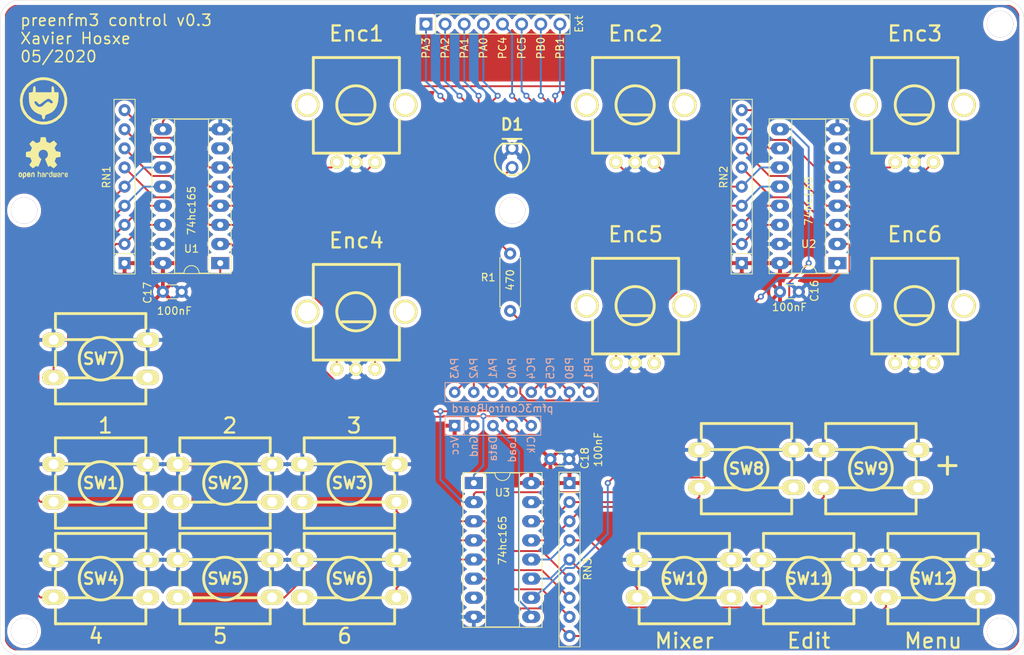
<source format=kicad_pcb>
(kicad_pcb (version 20171130) (host pcbnew 5.1.5-52549c5~84~ubuntu19.04.1)
  (title_block (title "preenfm3 controle board") (date 2019-11-28) (company "Xavier Hosxe"))
  (layers (0 F.Cu signal) (31 B.Cu signal) (34 B.Paste user) (35 F.Paste user) (36 B.SilkS user) (37 F.SilkS user) (38 B.Mask user) (39 F.Mask user) (44 Edge.Cuts user))
  (net 0 "")
  (net 1 GND)
  (net 2 VCC)
  (net 3 /h165_data)
  (net 4 /h165_load)
  (net 5 /h165_clk)
  (net 6 /h165_24)
  (net 7 /h165_23)
  (net 8 /h165_22)
  (net 9 /h165_21)
  (net 10 /h165_20)
  (net 11 /h165_19)
  (net 12 /h165_18)
  (net 13 /h165_17)
  (net 14 /H165_16)
  (net 15 /H165_15)
  (net 16 /H165_14)
  (net 17 /H165_13)
  (net 18 /H165_12)
  (net 19 /H165_11)
  (net 20 /H165_10)
  (net 21 /H165_9)
  (net 22 /H165_8)
  (net 23 /H165_7)
  (net 24 /H165_6)
  (net 25 /H165_5)
  (net 26 /H165_4)
  (net 27 /H165_3)
  (net 28 /H165_2)
  (net 29 /H165_1)
  (net 30 "Net-(U1-Pad7)")
  (net 31 "Net-(U1-Pad10)")
  (net 32 "Net-(U1-Pad9)")
  (net 33 "Net-(U2-Pad7)")
  (net 34 "Net-(U2-Pad9)")
  (net 35 "Net-(U3-Pad7)")
  (net 36 "Net-(CB1-Pad9)")
  (net 37 "Net-(CB1-Pad10)")
  (net 38 "Net-(CB1-Pad13)")
  (net 39 "Net-(CB1-Pad11)")
  (net 40 "Net-(CB1-Pad8)")
  (net 41 "Net-(CB1-Pad7)")
  (net 42 "Net-(CB1-Pad6)")
  (net 43 /PB0)
  (net 44 "Net-(D1-Pad2)")
  (module Symbol:OSHW-Logo2_7.3x6mm_SilkScreen (layer F.Cu) (at 73.025 54.61)
    (fp_text reference REF** hide)
    (fp_text value OSHW-Logo2_7.3x6mm_SilkScreen hide)
  )
  (module A_PFM3:pfm2_logo (layer F.Cu) (at 73.025 46.99)
    (fp_text reference G*** hide)
    (fp_text value LOGO hide)
  )
  (module A_PFM3:ControlBoard (layer F.Cu) (at 135.255 62.23)
    (fp_text reference CB1 hide)
    (fp_text value pfm3ControlBoard (at -1.27 25.654) (layer B.SilkS) (effects (justify mirror)))
    (fp_text user PB1 (at 10.16 20.32 90) (layer B.SilkS) (effects (justify mirror)))
    (fp_text user PB0 (at 7.62 20.32 90) (layer B.SilkS) (effects (justify mirror)))
    (fp_text user PC5 (at 5.08 20.32 90) (layer B.SilkS) (effects (justify mirror)))
    (fp_text user PC4 (at 2.54 20.32 90) (layer B.SilkS) (effects (justify mirror)))
    (fp_text user PA0 (at 0 20.32 90) (layer B.SilkS) (effects (justify mirror)))
    (fp_text user PA1 (at -2.54 20.32 90) (layer B.SilkS) (effects (justify mirror)))
    (fp_text user PA2 (at -5.08 20.32 90) (layer B.SilkS) (effects (justify mirror)))
    (fp_text user PA3 (at -7.62 20.32 90) (layer B.SilkS) (effects (justify mirror)))
    (fp_text user Clk (at 2.54 30.48 90) (layer B.SilkS) (effects (justify mirror)))
    (fp_text user Load (at 0 31.075238 90) (layer B.SilkS) (effects (justify mirror)))
    (fp_text user Data (at -2.54 31.003809 90) (layer B.SilkS) (effects (justify mirror)))
    (fp_text user Gnd (at -5.08 30.718095 90) (layer B.SilkS) (effects (justify mirror)))
    (fp_text user Vcc (at -7.62 30.599048 90) (layer B.SilkS) (effects (justify mirror)))
    (pad 9 thru_hole circle (at 0 23.495) (size 1.524 1.524) (drill 0.762) (layers *.Cu *.Mask) (net 36 "Net-(CB1-Pad9)"))
    (pad 10 thru_hole circle (at 2.54 23.495) (size 1.524 1.524) (drill 0.762) (layers *.Cu *.Mask) (net 37 "Net-(CB1-Pad10)"))
    (pad 13 thru_hole circle (at 10.16 23.495) (size 1.524 1.524) (drill 0.762) (layers *.Cu *.Mask) (net 38 "Net-(CB1-Pad13)"))
    (pad 12 thru_hole circle (at 7.62 23.495) (size 1.524 1.524) (drill 0.762) (layers *.Cu *.Mask) (net 43 /PB0))
    (pad 11 thru_hole circle (at 5.08 23.495) (size 1.524 1.524) (drill 0.762) (layers *.Cu *.Mask) (net 39 "Net-(CB1-Pad11)"))
    (pad 8 thru_hole circle (at -2.54 23.495) (size 1.524 1.524) (drill 0.762) (layers *.Cu *.Mask) (net 40 "Net-(CB1-Pad8)"))
    (pad 7 thru_hole circle (at -5.08 23.495) (size 1.524 1.524) (drill 0.762) (layers *.Cu *.Mask) (net 41 "Net-(CB1-Pad7)"))
    (pad 6 thru_hole circle (at -7.62 23.495) (size 1.524 1.524) (drill 0.762) (layers *.Cu *.Mask) (net 42 "Net-(CB1-Pad6)"))
    (pad "" thru_hole circle (at 0 -0.635) (size 3.5 3.5) (drill 3.5) (layers *.Cu *.Mask))
    (pad "" thru_hole circle (at 64.77 -25.4) (size 3.5 3.5) (drill 3.5) (layers *.Cu *.Mask))
    (pad "" thru_hole circle (at -64.77 -0.635) (size 3.5 3.5) (drill 3.5) (layers *.Cu *.Mask))
    (pad "" thru_hole circle (at 64.77 55.245) (size 3.5 3.5) (drill 3.5) (layers *.Cu *.Mask))
    (pad "" thru_hole circle (at -64.77 55.245) (size 3.5 3.5) (drill 3.5) (layers *.Cu *.Mask))
    (pad 5 thru_hole circle (at 2.54 27.94) (size 1.524 1.524) (drill 0.762) (layers *.Cu *.Mask) (net 5 /h165_clk))
    (pad 4 thru_hole circle (at 0 27.94) (size 1.524 1.524) (drill 0.762) (layers *.Cu *.Mask) (net 4 /h165_load))
    (pad 3 thru_hole circle (at -2.54 27.94) (size 1.524 1.524) (drill 0.762) (layers *.Cu *.Mask) (net 3 /h165_data))
    (pad 2 thru_hole circle (at -5.08 27.94) (size 1.524 1.524) (drill 0.762) (layers *.Cu *.Mask) (net 1 GND))
    (pad 1 thru_hole rect (at -7.62 27.94) (size 1.524 1.524) (drill 0.762) (layers *.Cu *.Mask) (net 2 VCC))
  )
  (module A_PFM3:R_Axial_DIN0207_L6.3mm_D2.5mm_P7.62mm_Horizontal (layer F.Cu) (at 135.001015 74.93 90)
    (fp_text reference R1 (at 4.445 -2.921015 180) (layer F.SilkS))
    (fp_text value 470 (at 4.10446 0 90) (layer F.SilkS))
    (pad 2 thru_hole oval (at 7.62 0 90) (size 1.6 1.6) (drill 0.8) (layers *.Cu *.Mask) (net 44 "Net-(D1-Pad2)"))
    (pad 1 thru_hole circle (at 0 0 90) (size 1.6 1.6) (drill 0.8) (layers *.Cu *.Mask) (net 43 /PB0))
  )
  (module A_PFM3:FMLed_pfm3 (layer F.Cu) (at 135.255 54.61 270)
    (fp_text reference D1 (at -4.445 0 180) (layer F.SilkS) (effects (font (size 1.524 1.524) (thickness 0.3048))))
    (fp_text value LED hide)
    (pad 2 thru_hole circle (at 1.27 0 270) (size 1.69926 1.69926) (drill 1.00076) (layers *.Cu *.Mask) (net 44 "Net-(D1-Pad2)"))
    (pad 1 thru_hole circle (at -1.27 0 270) (size 1.69926 1.69926) (drill 1.00076) (layers *.Cu *.Mask) (net 1 GND))
  )
  (module Connector_PinHeader_2.54mm:PinHeader_1x08_P2.54mm_Vertical (layer F.Cu) (at 123.825 36.83 90)
    (fp_text reference J1 hide)
    (fp_text value Ext (at 0 20.32 270) (layer F.SilkS))
    (pad 8 thru_hole oval (at 0 17.78 90) (size 1.7 1.7) (drill 1) (layers *.Cu *.Mask) (net 38 "Net-(CB1-Pad13)"))
    (pad 7 thru_hole oval (at 0 15.24 90) (size 1.7 1.7) (drill 1) (layers *.Cu *.Mask) (net 43 /PB0))
    (pad 6 thru_hole oval (at 0 12.7 90) (size 1.7 1.7) (drill 1) (layers *.Cu *.Mask) (net 39 "Net-(CB1-Pad11)"))
    (pad 5 thru_hole oval (at 0 10.16 90) (size 1.7 1.7) (drill 1) (layers *.Cu *.Mask) (net 37 "Net-(CB1-Pad10)"))
    (pad 4 thru_hole oval (at 0 7.62 90) (size 1.7 1.7) (drill 1) (layers *.Cu *.Mask) (net 36 "Net-(CB1-Pad9)"))
    (pad 3 thru_hole oval (at 0 5.08 90) (size 1.7 1.7) (drill 1) (layers *.Cu *.Mask) (net 40 "Net-(CB1-Pad8)"))
    (pad 2 thru_hole oval (at 0 2.54 90) (size 1.7 1.7) (drill 1) (layers *.Cu *.Mask) (net 41 "Net-(CB1-Pad7)"))
    (pad 1 thru_hole rect (at 0 0 90) (size 1.7 1.7) (drill 1) (layers *.Cu *.Mask) (net 42 "Net-(CB1-Pad6)"))
  )
  (module A_PFM3:FMButton2 (layer F.Cu) (at 182.88 95.885)
    (fp_text reference SW9 (at 0 0) (layer F.SilkS) (effects (font (size 1.524 1.524) (thickness 0.3048))))
    (fp_text value Push hide)
    (pad 2 thru_hole oval (at -6.25094 2.49936) (size 2.99974 1.99898) (drill 1.30048) (layers *.Cu *.Mask F.SilkS) (net 24 /H165_6))
    (pad 2 thru_hole oval (at 6.25094 2.49936) (size 2.99974 1.99898) (drill 1.30048) (layers *.Cu *.Mask F.SilkS) (net 24 /H165_6))
    (pad 1 thru_hole oval (at 6.25094 -2.49936) (size 2.99974 1.99898) (drill 1.30048) (layers *.Cu *.Mask F.SilkS) (net 1 GND))
    (pad 1 thru_hole oval (at -6.25094 -2.49936) (size 2.99974 1.99898) (drill 1.30048) (layers *.Cu *.Mask F.SilkS) (net 1 GND))
  )
  (module A_PFM3:FMButton2 (layer F.Cu) (at 80.645 81.28)
    (fp_text reference SW7 (at 0 0) (layer F.SilkS) (effects (font (size 1.524 1.524) (thickness 0.3048))))
    (fp_text value Push hide)
    (pad 2 thru_hole oval (at -6.25094 2.49936) (size 2.99974 1.99898) (drill 1.30048) (layers *.Cu *.Mask F.SilkS) (net 8 /h165_22))
    (pad 2 thru_hole oval (at 6.25094 2.49936) (size 2.99974 1.99898) (drill 1.30048) (layers *.Cu *.Mask F.SilkS) (net 8 /h165_22))
    (pad 1 thru_hole oval (at 6.25094 -2.49936) (size 2.99974 1.99898) (drill 1.30048) (layers *.Cu *.Mask F.SilkS) (net 1 GND))
    (pad 1 thru_hole oval (at -6.25094 -2.49936) (size 2.99974 1.99898) (drill 1.30048) (layers *.Cu *.Mask F.SilkS) (net 1 GND))
  )
  (module A_PFM3:FMButton2 (layer F.Cu) (at 191.135 110.49)
    (fp_text reference SW12 (at -0.035388 0) (layer F.SilkS) (effects (font (size 1.524 1.524) (thickness 0.3048))))
    (fp_text value Push hide)
    (pad 2 thru_hole oval (at -6.25094 2.49936) (size 2.99974 1.99898) (drill 1.30048) (layers *.Cu *.Mask F.SilkS) (net 29 /H165_1))
    (pad 2 thru_hole oval (at 6.25094 2.49936) (size 2.99974 1.99898) (drill 1.30048) (layers *.Cu *.Mask F.SilkS) (net 29 /H165_1))
    (pad 1 thru_hole oval (at 6.25094 -2.49936) (size 2.99974 1.99898) (drill 1.30048) (layers *.Cu *.Mask F.SilkS) (net 1 GND))
    (pad 1 thru_hole oval (at -6.25094 -2.49936) (size 2.99974 1.99898) (drill 1.30048) (layers *.Cu *.Mask F.SilkS) (net 1 GND))
  )
  (module A_PFM3:FMButton2 (layer F.Cu) (at 174.625 110.49)
    (fp_text reference SW11 (at 0 0) (layer F.SilkS) (effects (font (size 1.524 1.524) (thickness 0.3048))))
    (fp_text value Push hide)
    (pad 2 thru_hole oval (at -6.25094 2.49936) (size 2.99974 1.99898) (drill 1.30048) (layers *.Cu *.Mask F.SilkS) (net 22 /H165_8))
    (pad 2 thru_hole oval (at 6.25094 2.49936) (size 2.99974 1.99898) (drill 1.30048) (layers *.Cu *.Mask F.SilkS) (net 22 /H165_8))
    (pad 1 thru_hole oval (at 6.25094 -2.49936) (size 2.99974 1.99898) (drill 1.30048) (layers *.Cu *.Mask F.SilkS) (net 1 GND))
    (pad 1 thru_hole oval (at -6.25094 -2.49936) (size 2.99974 1.99898) (drill 1.30048) (layers *.Cu *.Mask F.SilkS) (net 1 GND))
  )
  (module A_PFM3:FMButton2 (layer F.Cu) (at 158.115 110.49)
    (fp_text reference SW10 (at 0 0) (layer F.SilkS) (effects (font (size 1.524 1.524) (thickness 0.3048))))
    (fp_text value Push hide)
    (pad 2 thru_hole oval (at -6.25094 2.49936) (size 2.99974 1.99898) (drill 1.30048) (layers *.Cu *.Mask F.SilkS) (net 23 /H165_7))
    (pad 2 thru_hole oval (at 6.25094 2.49936) (size 2.99974 1.99898) (drill 1.30048) (layers *.Cu *.Mask F.SilkS) (net 23 /H165_7))
    (pad 1 thru_hole oval (at 6.25094 -2.49936) (size 2.99974 1.99898) (drill 1.30048) (layers *.Cu *.Mask F.SilkS) (net 1 GND))
    (pad 1 thru_hole oval (at -6.25094 -2.49936) (size 2.99974 1.99898) (drill 1.30048) (layers *.Cu *.Mask F.SilkS) (net 1 GND))
  )
  (module A_PFM3:FMButton2 (layer F.Cu) (at 166.37 95.885)
    (fp_text reference SW8 (at 0 0) (layer F.SilkS) (effects (font (size 1.524 1.524) (thickness 0.3048))))
    (fp_text value Push hide)
    (pad 2 thru_hole oval (at -6.25094 2.49936) (size 2.99974 1.99898) (drill 1.30048) (layers *.Cu *.Mask F.SilkS) (net 25 /H165_5))
    (pad 2 thru_hole oval (at 6.25094 2.49936) (size 2.99974 1.99898) (drill 1.30048) (layers *.Cu *.Mask F.SilkS) (net 25 /H165_5))
    (pad 1 thru_hole oval (at 6.25094 -2.49936) (size 2.99974 1.99898) (drill 1.30048) (layers *.Cu *.Mask F.SilkS) (net 1 GND))
    (pad 1 thru_hole oval (at -6.25094 -2.49936) (size 2.99974 1.99898) (drill 1.30048) (layers *.Cu *.Mask F.SilkS) (net 1 GND))
  )
  (module A_PFM3:FMButton2 (layer F.Cu) (at 113.665 110.49)
    (fp_text reference SW6 (at 0 0) (layer F.SilkS) (effects (font (size 1.524 1.524) (thickness 0.3048))))
    (fp_text value Push hide)
    (pad 2 thru_hole oval (at -6.25094 2.49936) (size 2.99974 1.99898) (drill 1.30048) (layers *.Cu *.Mask F.SilkS) (net 28 /H165_2))
    (pad 2 thru_hole oval (at 6.25094 2.49936) (size 2.99974 1.99898) (drill 1.30048) (layers *.Cu *.Mask F.SilkS) (net 28 /H165_2))
    (pad 1 thru_hole oval (at 6.25094 -2.49936) (size 2.99974 1.99898) (drill 1.30048) (layers *.Cu *.Mask F.SilkS) (net 1 GND))
    (pad 1 thru_hole oval (at -6.25094 -2.49936) (size 2.99974 1.99898) (drill 1.30048) (layers *.Cu *.Mask F.SilkS) (net 1 GND))
  )
  (module A_PFM3:FMButton2 (layer F.Cu) (at 97.155 110.49)
    (fp_text reference SW5 (at 0 0) (layer F.SilkS) (effects (font (size 1.524 1.524) (thickness 0.3048))))
    (fp_text value Push hide)
    (pad 2 thru_hole oval (at -6.25094 2.49936) (size 2.99974 1.99898) (drill 1.30048) (layers *.Cu *.Mask F.SilkS) (net 27 /H165_3))
    (pad 2 thru_hole oval (at 6.25094 2.49936) (size 2.99974 1.99898) (drill 1.30048) (layers *.Cu *.Mask F.SilkS) (net 27 /H165_3))
    (pad 1 thru_hole oval (at 6.25094 -2.49936) (size 2.99974 1.99898) (drill 1.30048) (layers *.Cu *.Mask F.SilkS) (net 1 GND))
    (pad 1 thru_hole oval (at -6.25094 -2.49936) (size 2.99974 1.99898) (drill 1.30048) (layers *.Cu *.Mask F.SilkS) (net 1 GND))
  )
  (module A_PFM3:FMButton2 (layer F.Cu) (at 80.645 110.49)
    (fp_text reference SW4 (at 0 0) (layer F.SilkS) (effects (font (size 1.524 1.524) (thickness 0.3048))))
    (fp_text value Push hide)
    (pad 2 thru_hole oval (at -6.25094 2.49936) (size 2.99974 1.99898) (drill 1.30048) (layers *.Cu *.Mask F.SilkS) (net 6 /h165_24))
    (pad 2 thru_hole oval (at 6.25094 2.49936) (size 2.99974 1.99898) (drill 1.30048) (layers *.Cu *.Mask F.SilkS) (net 6 /h165_24))
    (pad 1 thru_hole oval (at 6.25094 -2.49936) (size 2.99974 1.99898) (drill 1.30048) (layers *.Cu *.Mask F.SilkS) (net 1 GND))
    (pad 1 thru_hole oval (at -6.25094 -2.49936) (size 2.99974 1.99898) (drill 1.30048) (layers *.Cu *.Mask F.SilkS) (net 1 GND))
  )
  (module A_PFM3:FMButton2 (layer F.Cu) (at 113.665 97.79)
    (fp_text reference SW3 (at 0 0) (layer F.SilkS) (effects (font (size 1.524 1.524) (thickness 0.3048))))
    (fp_text value Push hide)
    (pad 2 thru_hole oval (at -6.25094 2.49936) (size 2.99974 1.99898) (drill 1.30048) (layers *.Cu *.Mask F.SilkS) (net 26 /H165_4))
    (pad 2 thru_hole oval (at 6.25094 2.49936) (size 2.99974 1.99898) (drill 1.30048) (layers *.Cu *.Mask F.SilkS) (net 26 /H165_4))
    (pad 1 thru_hole oval (at 6.25094 -2.49936) (size 2.99974 1.99898) (drill 1.30048) (layers *.Cu *.Mask F.SilkS) (net 1 GND))
    (pad 1 thru_hole oval (at -6.25094 -2.49936) (size 2.99974 1.99898) (drill 1.30048) (layers *.Cu *.Mask F.SilkS) (net 1 GND))
  )
  (module A_PFM3:FMButton2 (layer F.Cu) (at 97.155 97.79)
    (fp_text reference SW2 (at 0 0) (layer F.SilkS) (effects (font (size 1.524 1.524) (thickness 0.3048))))
    (fp_text value Push hide)
    (pad 2 thru_hole oval (at -6.25094 2.49936) (size 2.99974 1.99898) (drill 1.30048) (layers *.Cu *.Mask F.SilkS) (net 9 /h165_21))
    (pad 2 thru_hole oval (at 6.25094 2.49936) (size 2.99974 1.99898) (drill 1.30048) (layers *.Cu *.Mask F.SilkS) (net 9 /h165_21))
    (pad 1 thru_hole oval (at 6.25094 -2.49936) (size 2.99974 1.99898) (drill 1.30048) (layers *.Cu *.Mask F.SilkS) (net 1 GND))
    (pad 1 thru_hole oval (at -6.25094 -2.49936) (size 2.99974 1.99898) (drill 1.30048) (layers *.Cu *.Mask F.SilkS) (net 1 GND))
  )
  (module A_PFM3:FMButton2 (layer F.Cu) (at 80.645 97.79)
    (fp_text reference SW1 (at 0 0) (layer F.SilkS) (effects (font (size 1.524 1.524) (thickness 0.3048))))
    (fp_text value Push hide)
    (pad 2 thru_hole oval (at -6.25094 2.49936) (size 2.99974 1.99898) (drill 1.30048) (layers *.Cu *.Mask F.SilkS) (net 7 /h165_23))
    (pad 2 thru_hole oval (at 6.25094 2.49936) (size 2.99974 1.99898) (drill 1.30048) (layers *.Cu *.Mask F.SilkS) (net 7 /h165_23))
    (pad 1 thru_hole oval (at 6.25094 -2.49936) (size 2.99974 1.99898) (drill 1.30048) (layers *.Cu *.Mask F.SilkS) (net 1 GND))
    (pad 1 thru_hole oval (at -6.25094 -2.49936) (size 2.99974 1.99898) (drill 1.30048) (layers *.Cu *.Mask F.SilkS) (net 1 GND))
  )
  (module A_PFM3:74HC165 (layer F.Cu) (at 96.52 68.58 180)
    (fp_text reference U1 (at 3.81 1.905) (layer F.SilkS))
    (fp_text value 74hc165 (at 3.81 6.985 90) (layer F.SilkS))
    (pad 16 thru_hole oval (at 7.62 0 180) (size 2.4 1.6) (drill 0.8) (layers *.Cu *.Mask) (net 2 VCC))
    (pad 8 thru_hole oval (at 0 17.78 180) (size 2.4 1.6) (drill 0.8) (layers *.Cu *.Mask) (net 1 GND))
    (pad 15 thru_hole oval (at 7.62 2.54 180) (size 2.4 1.6) (drill 0.8) (layers *.Cu *.Mask) (net 1 GND))
    (pad 7 thru_hole oval (at 0 15.24 180) (size 2.4 1.6) (drill 0.8) (layers *.Cu *.Mask) (net 30 "Net-(U1-Pad7)"))
    (pad 14 thru_hole oval (at 7.62 5.08 180) (size 2.4 1.6) (drill 0.8) (layers *.Cu *.Mask) (net 9 /h165_21))
    (pad 6 thru_hole oval (at 0 12.7 180) (size 2.4 1.6) (drill 0.8) (layers *.Cu *.Mask) (net 13 /h165_17))
    (pad 13 thru_hole oval (at 7.62 7.62 180) (size 2.4 1.6) (drill 0.8) (layers *.Cu *.Mask) (net 8 /h165_22))
    (pad 5 thru_hole oval (at 0 10.16 180) (size 2.4 1.6) (drill 0.8) (layers *.Cu *.Mask) (net 12 /h165_18))
    (pad 12 thru_hole oval (at 7.62 10.16 180) (size 2.4 1.6) (drill 0.8) (layers *.Cu *.Mask) (net 7 /h165_23))
    (pad 4 thru_hole oval (at 0 7.62 180) (size 2.4 1.6) (drill 0.8) (layers *.Cu *.Mask) (net 11 /h165_19))
    (pad 11 thru_hole oval (at 7.62 12.7 180) (size 2.4 1.6) (drill 0.8) (layers *.Cu *.Mask) (net 6 /h165_24))
    (pad 3 thru_hole oval (at 0 5.08 180) (size 2.4 1.6) (drill 0.8) (layers *.Cu *.Mask) (net 10 /h165_20))
    (pad 10 thru_hole oval (at 7.62 15.24 180) (size 2.4 1.6) (drill 0.8) (layers *.Cu *.Mask) (net 31 "Net-(U1-Pad10)"))
    (pad 2 thru_hole oval (at 0 2.54 180) (size 2.4 1.6) (drill 0.8) (layers *.Cu *.Mask) (net 5 /h165_clk))
    (pad 9 thru_hole oval (at 7.62 17.78 180) (size 2.4 1.6) (drill 0.8) (layers *.Cu *.Mask) (net 32 "Net-(U1-Pad9)"))
    (pad 1 thru_hole rect (at 0 0 180) (size 2.4 1.6) (drill 0.8) (layers *.Cu *.Mask) (net 4 /h165_load))
  )
  (module A_PFM3:74HC165 (layer F.Cu) (at 130.175 97.79)
    (fp_text reference U3 (at 3.81 1.27) (layer F.SilkS))
    (fp_text value 74hc165 (at 3.81 7.62 90) (layer F.SilkS))
    (pad 16 thru_hole oval (at 7.62 0) (size 2.4 1.6) (drill 0.8) (layers *.Cu *.Mask) (net 2 VCC))
    (pad 8 thru_hole oval (at 0 17.78) (size 2.4 1.6) (drill 0.8) (layers *.Cu *.Mask) (net 1 GND))
    (pad 15 thru_hole oval (at 7.62 2.54) (size 2.4 1.6) (drill 0.8) (layers *.Cu *.Mask) (net 1 GND))
    (pad 7 thru_hole oval (at 0 15.24) (size 2.4 1.6) (drill 0.8) (layers *.Cu *.Mask) (net 35 "Net-(U3-Pad7)"))
    (pad 14 thru_hole oval (at 7.62 5.08) (size 2.4 1.6) (drill 0.8) (layers *.Cu *.Mask) (net 25 /H165_5))
    (pad 6 thru_hole oval (at 0 12.7) (size 2.4 1.6) (drill 0.8) (layers *.Cu *.Mask) (net 29 /H165_1))
    (pad 13 thru_hole oval (at 7.62 7.62) (size 2.4 1.6) (drill 0.8) (layers *.Cu *.Mask) (net 24 /H165_6))
    (pad 5 thru_hole oval (at 0 10.16) (size 2.4 1.6) (drill 0.8) (layers *.Cu *.Mask) (net 28 /H165_2))
    (pad 12 thru_hole oval (at 7.62 10.16) (size 2.4 1.6) (drill 0.8) (layers *.Cu *.Mask) (net 23 /H165_7))
    (pad 4 thru_hole oval (at 0 7.62) (size 2.4 1.6) (drill 0.8) (layers *.Cu *.Mask) (net 27 /H165_3))
    (pad 11 thru_hole oval (at 7.62 12.7) (size 2.4 1.6) (drill 0.8) (layers *.Cu *.Mask) (net 22 /H165_8))
    (pad 3 thru_hole oval (at 0 5.08) (size 2.4 1.6) (drill 0.8) (layers *.Cu *.Mask) (net 26 /H165_4))
    (pad 10 thru_hole oval (at 7.62 15.24) (size 2.4 1.6) (drill 0.8) (layers *.Cu *.Mask) (net 34 "Net-(U2-Pad9)"))
    (pad 2 thru_hole oval (at 0 2.54) (size 2.4 1.6) (drill 0.8) (layers *.Cu *.Mask) (net 5 /h165_clk))
    (pad 9 thru_hole oval (at 7.62 17.78) (size 2.4 1.6) (drill 0.8) (layers *.Cu *.Mask) (net 3 /h165_data))
    (pad 1 thru_hole rect (at 0 0) (size 2.4 1.6) (drill 0.8) (layers *.Cu *.Mask) (net 4 /h165_load))
  )
  (module A_PFM3:74HC165 (layer F.Cu) (at 178.435 68.58 180)
    (fp_text reference U2 (at 3.81 2.54) (layer F.SilkS))
    (fp_text value 74hc165 (at 3.81 8.255 90) (layer F.SilkS))
    (pad 16 thru_hole oval (at 7.62 0 180) (size 2.4 1.6) (drill 0.8) (layers *.Cu *.Mask) (net 2 VCC))
    (pad 8 thru_hole oval (at 0 17.78 180) (size 2.4 1.6) (drill 0.8) (layers *.Cu *.Mask) (net 1 GND))
    (pad 15 thru_hole oval (at 7.62 2.54 180) (size 2.4 1.6) (drill 0.8) (layers *.Cu *.Mask) (net 1 GND))
    (pad 7 thru_hole oval (at 0 15.24 180) (size 2.4 1.6) (drill 0.8) (layers *.Cu *.Mask) (net 33 "Net-(U2-Pad7)"))
    (pad 14 thru_hole oval (at 7.62 5.08 180) (size 2.4 1.6) (drill 0.8) (layers *.Cu *.Mask) (net 17 /H165_13))
    (pad 6 thru_hole oval (at 0 12.7 180) (size 2.4 1.6) (drill 0.8) (layers *.Cu *.Mask) (net 21 /H165_9))
    (pad 13 thru_hole oval (at 7.62 7.62 180) (size 2.4 1.6) (drill 0.8) (layers *.Cu *.Mask) (net 16 /H165_14))
    (pad 5 thru_hole oval (at 0 10.16 180) (size 2.4 1.6) (drill 0.8) (layers *.Cu *.Mask) (net 20 /H165_10))
    (pad 12 thru_hole oval (at 7.62 10.16 180) (size 2.4 1.6) (drill 0.8) (layers *.Cu *.Mask) (net 15 /H165_15))
    (pad 4 thru_hole oval (at 0 7.62 180) (size 2.4 1.6) (drill 0.8) (layers *.Cu *.Mask) (net 19 /H165_11))
    (pad 11 thru_hole oval (at 7.62 12.7 180) (size 2.4 1.6) (drill 0.8) (layers *.Cu *.Mask) (net 14 /H165_16))
    (pad 3 thru_hole oval (at 0 5.08 180) (size 2.4 1.6) (drill 0.8) (layers *.Cu *.Mask) (net 18 /H165_12))
    (pad 10 thru_hole oval (at 7.62 15.24 180) (size 2.4 1.6) (drill 0.8) (layers *.Cu *.Mask) (net 32 "Net-(U1-Pad9)"))
    (pad 2 thru_hole oval (at 0 2.54 180) (size 2.4 1.6) (drill 0.8) (layers *.Cu *.Mask) (net 5 /h165_clk))
    (pad 9 thru_hole oval (at 7.62 17.78 180) (size 2.4 1.6) (drill 0.8) (layers *.Cu *.Mask) (net 34 "Net-(U2-Pad9)"))
    (pad 1 thru_hole rect (at 0 0 180) (size 2.4 1.6) (drill 0.8) (layers *.Cu *.Mask) (net 4 /h165_load))
  )
  (module A_PFM3:FMEncoder2_pfm3 (layer F.Cu) (at 114.586 47.625 180)
    (fp_text reference Enc1 (at 0 9.525) (layer F.SilkS) (effects (font (size 2 2) (thickness 0.3048))))
    (fp_text value Encoder hide)
    (pad "" thru_hole circle (at 6.49986 0.0635 270) (size 3.2004 3.2004) (drill 2.49936) (layers *.Cu *.Mask F.SilkS))
    (pad "" thru_hole circle (at -6.49986 0.0635 270) (size 3.2004 3.2004) (drill 2.49936) (layers *.Cu *.Mask F.SilkS))
    (pad B thru_hole circle (at 2.6035 -7.5565 270) (size 1.75006 1.75006) (drill 1.00076) (layers *.Cu *.Mask F.SilkS) (net 13 /h165_17))
    (pad C thru_hole circle (at 0.0635 -7.5565 270) (size 1.75006 1.75006) (drill 1.00076) (layers *.Cu *.Mask F.SilkS) (net 1 GND))
    (pad A thru_hole circle (at -2.4765 -7.5565 270) (size 1.75006 1.75006) (drill 1.00076) (layers *.Cu *.Mask F.SilkS) (net 12 /h165_18))
  )
  (module A_PFM3:FMEncoder2_pfm3 (layer F.Cu) (at 151.649 47.625 180)
    (fp_text reference Enc2 (at 0 9.525) (layer F.SilkS) (effects (font (size 2 2) (thickness 0.3048))))
    (fp_text value Encoder hide)
    (pad "" thru_hole circle (at 6.49986 0.0635 270) (size 3.2004 3.2004) (drill 2.49936) (layers *.Cu *.Mask F.SilkS))
    (pad "" thru_hole circle (at -6.49986 0.0635 270) (size 3.2004 3.2004) (drill 2.49936) (layers *.Cu *.Mask F.SilkS))
    (pad B thru_hole circle (at 2.6035 -7.5565 270) (size 1.75006 1.75006) (drill 1.00076) (layers *.Cu *.Mask F.SilkS) (net 15 /H165_15))
    (pad C thru_hole circle (at 0.0635 -7.5565 270) (size 1.75006 1.75006) (drill 1.00076) (layers *.Cu *.Mask F.SilkS) (net 1 GND))
    (pad A thru_hole circle (at -2.4765 -7.5565 270) (size 1.75006 1.75006) (drill 1.00076) (layers *.Cu *.Mask F.SilkS) (net 14 /H165_16))
  )
  (module A_PFM3:FMEncoder2_pfm3 (layer F.Cu) (at 188.711 47.625 180)
    (fp_text reference Enc3 (at 0 9.525) (layer F.SilkS) (effects (font (size 2 2) (thickness 0.3048))))
    (fp_text value Encoder hide)
    (pad "" thru_hole circle (at 6.49986 0.0635 270) (size 3.2004 3.2004) (drill 2.49936) (layers *.Cu *.Mask F.SilkS))
    (pad "" thru_hole circle (at -6.49986 0.0635 270) (size 3.2004 3.2004) (drill 2.49936) (layers *.Cu *.Mask F.SilkS))
    (pad B thru_hole circle (at 2.6035 -7.5565 270) (size 1.75006 1.75006) (drill 1.00076) (layers *.Cu *.Mask F.SilkS) (net 21 /H165_9))
    (pad C thru_hole circle (at 0.0635 -7.5565 270) (size 1.75006 1.75006) (drill 1.00076) (layers *.Cu *.Mask F.SilkS) (net 1 GND))
    (pad A thru_hole circle (at -2.4765 -7.5565 270) (size 1.75006 1.75006) (drill 1.00076) (layers *.Cu *.Mask F.SilkS) (net 20 /H165_10))
  )
  (module A_PFM3:FMEncoder2_pfm3 (layer F.Cu) (at 114.586 75.1053 180)
    (fp_text reference Enc4 (at 0 9.525) (layer F.SilkS) (effects (font (size 2 2) (thickness 0.3048))))
    (fp_text value Encoder hide)
    (pad "" thru_hole circle (at 6.49986 0.0635 270) (size 3.2004 3.2004) (drill 2.49936) (layers *.Cu *.Mask F.SilkS))
    (pad "" thru_hole circle (at -6.49986 0.0635 270) (size 3.2004 3.2004) (drill 2.49936) (layers *.Cu *.Mask F.SilkS))
    (pad B thru_hole circle (at 2.6035 -7.5565 270) (size 1.75006 1.75006) (drill 1.00076) (layers *.Cu *.Mask F.SilkS) (net 10 /h165_20))
    (pad C thru_hole circle (at 0.0635 -7.5565 270) (size 1.75006 1.75006) (drill 1.00076) (layers *.Cu *.Mask F.SilkS) (net 1 GND))
    (pad A thru_hole circle (at -2.4765 -7.5565 270) (size 1.75006 1.75006) (drill 1.00076) (layers *.Cu *.Mask F.SilkS) (net 11 /h165_19))
  )
  (module A_PFM3:FMEncoder2_pfm3 (layer F.Cu) (at 151.649 74.295 180)
    (fp_text reference Enc5 (at 0 9.525) (layer F.SilkS) (effects (font (size 2 2) (thickness 0.3048))))
    (fp_text value Encoder hide)
    (pad "" thru_hole circle (at 6.49986 0.0635 270) (size 3.2004 3.2004) (drill 2.49936) (layers *.Cu *.Mask F.SilkS))
    (pad "" thru_hole circle (at -6.49986 0.0635 270) (size 3.2004 3.2004) (drill 2.49936) (layers *.Cu *.Mask F.SilkS))
    (pad B thru_hole circle (at 2.6035 -7.5565 270) (size 1.75006 1.75006) (drill 1.00076) (layers *.Cu *.Mask F.SilkS) (net 16 /H165_14))
    (pad C thru_hole circle (at 0.0635 -7.5565 270) (size 1.75006 1.75006) (drill 1.00076) (layers *.Cu *.Mask F.SilkS) (net 1 GND))
    (pad A thru_hole circle (at -2.4765 -7.5565 270) (size 1.75006 1.75006) (drill 1.00076) (layers *.Cu *.Mask F.SilkS) (net 17 /H165_13))
  )
  (module A_PFM3:FMEncoder2_pfm3 (layer F.Cu) (at 188.711 74.295 180)
    (fp_text reference Enc6 (at 0 9.525) (layer F.SilkS) (effects (font (size 2 2) (thickness 0.3048))))
    (fp_text value Encoder hide)
    (pad "" thru_hole circle (at 6.49986 0.0635 270) (size 3.2004 3.2004) (drill 2.49936) (layers *.Cu *.Mask F.SilkS))
    (pad "" thru_hole circle (at -6.49986 0.0635 270) (size 3.2004 3.2004) (drill 2.49936) (layers *.Cu *.Mask F.SilkS))
    (pad B thru_hole circle (at 2.6035 -7.5565 270) (size 1.75006 1.75006) (drill 1.00076) (layers *.Cu *.Mask F.SilkS) (net 18 /H165_12))
    (pad C thru_hole circle (at 0.0635 -7.5565 270) (size 1.75006 1.75006) (drill 1.00076) (layers *.Cu *.Mask F.SilkS) (net 1 GND))
    (pad A thru_hole circle (at -2.4765 -7.5565 270) (size 1.75006 1.75006) (drill 1.00076) (layers *.Cu *.Mask F.SilkS) (net 19 /H165_11))
  )
  (module Capacitor_THT:C_Disc_D3.0mm_W1.6mm_P2.50mm (layer F.Cu) (at 140.335 94.615)
    (fp_text reference C18 (at 4.572 -0.127 90) (layer F.SilkS))
    (fp_text value 100nF (at 6.35 -1.27 270) (layer F.SilkS))
    (pad 2 thru_hole circle (at 2.5 0) (size 1.6 1.6) (drill 0.8) (layers *.Cu *.Mask) (net 1 GND))
    (pad 1 thru_hole circle (at 0 0) (size 1.6 1.6) (drill 0.8) (layers *.Cu *.Mask) (net 2 VCC))
  )
  (module Capacitor_THT:C_Disc_D3.0mm_W1.6mm_P2.50mm (layer F.Cu) (at 88.9 72.39)
    (fp_text reference C17 (at -2.032 0.127 270) (layer F.SilkS))
    (fp_text value 100nF (at 1.524 2.54 180) (layer F.SilkS))
    (pad 2 thru_hole circle (at 2.5 0) (size 1.6 1.6) (drill 0.8) (layers *.Cu *.Mask) (net 1 GND))
    (pad 1 thru_hole circle (at 0 0) (size 1.6 1.6) (drill 0.8) (layers *.Cu *.Mask) (net 2 VCC))
  )
  (module Capacitor_THT:C_Disc_D3.0mm_W1.6mm_P2.50mm (layer F.Cu) (at 170.815 72.39)
    (fp_text reference C16 (at 4.572 -0.127 90) (layer F.SilkS))
    (fp_text value 100nF (at 1.25 2.05 180) (layer F.SilkS))
    (pad 2 thru_hole circle (at 2.5 0) (size 1.6 1.6) (drill 0.8) (layers *.Cu *.Mask) (net 1 GND))
    (pad 1 thru_hole circle (at 0 0) (size 1.6 1.6) (drill 0.8) (layers *.Cu *.Mask) (net 2 VCC))
  )
  (module Resistor_THT:R_Array_SIP9 (layer F.Cu) (at 142.875 97.79 270)
    (fp_text reference RN3 (at 11.43 -2.4 90) (layer F.SilkS))
    (fp_text value Net8)
    (pad 9 thru_hole oval (at 20.32 0 270) (size 1.6 1.6) (drill 0.8) (layers *.Cu *.Mask) (net 29 /H165_1))
    (pad 8 thru_hole oval (at 17.78 0 270) (size 1.6 1.6) (drill 0.8) (layers *.Cu *.Mask) (net 28 /H165_2))
    (pad 7 thru_hole oval (at 15.24 0 270) (size 1.6 1.6) (drill 0.8) (layers *.Cu *.Mask) (net 27 /H165_3))
    (pad 6 thru_hole oval (at 12.7 0 270) (size 1.6 1.6) (drill 0.8) (layers *.Cu *.Mask) (net 26 /H165_4))
    (pad 5 thru_hole oval (at 10.16 0 270) (size 1.6 1.6) (drill 0.8) (layers *.Cu *.Mask) (net 22 /H165_8))
    (pad 4 thru_hole oval (at 7.62 0 270) (size 1.6 1.6) (drill 0.8) (layers *.Cu *.Mask) (net 23 /H165_7))
    (pad 3 thru_hole oval (at 5.08 0 270) (size 1.6 1.6) (drill 0.8) (layers *.Cu *.Mask) (net 24 /H165_6))
    (pad 2 thru_hole oval (at 2.54 0 270) (size 1.6 1.6) (drill 0.8) (layers *.Cu *.Mask) (net 25 /H165_5))
    (pad 1 thru_hole rect (at 0 0 270) (size 1.6 1.6) (drill 0.8) (layers *.Cu *.Mask) (net 2 VCC))
  )
  (module Resistor_THT:R_Array_SIP9 (layer F.Cu) (at 165.735 68.58 90)
    (fp_text reference RN2 (at 11.43 -2.4 90) (layer F.SilkS))
    (fp_text value Net8)
    (pad 9 thru_hole oval (at 20.32 0 90) (size 1.6 1.6) (drill 0.8) (layers *.Cu *.Mask) (net 21 /H165_9))
    (pad 8 thru_hole oval (at 17.78 0 90) (size 1.6 1.6) (drill 0.8) (layers *.Cu *.Mask) (net 20 /H165_10))
    (pad 7 thru_hole oval (at 15.24 0 90) (size 1.6 1.6) (drill 0.8) (layers *.Cu *.Mask) (net 19 /H165_11))
    (pad 6 thru_hole oval (at 12.7 0 90) (size 1.6 1.6) (drill 0.8) (layers *.Cu *.Mask) (net 18 /H165_12))
    (pad 5 thru_hole oval (at 10.16 0 90) (size 1.6 1.6) (drill 0.8) (layers *.Cu *.Mask) (net 14 /H165_16))
    (pad 4 thru_hole oval (at 7.62 0 90) (size 1.6 1.6) (drill 0.8) (layers *.Cu *.Mask) (net 15 /H165_15))
    (pad 3 thru_hole oval (at 5.08 0 90) (size 1.6 1.6) (drill 0.8) (layers *.Cu *.Mask) (net 16 /H165_14))
    (pad 2 thru_hole oval (at 2.54 0 90) (size 1.6 1.6) (drill 0.8) (layers *.Cu *.Mask) (net 17 /H165_13))
    (pad 1 thru_hole rect (at 0 0 90) (size 1.6 1.6) (drill 0.8) (layers *.Cu *.Mask) (net 2 VCC))
  )
  (module Resistor_THT:R_Array_SIP9 (layer F.Cu) (at 83.82 68.58 90)
    (fp_text reference RN1 (at 11.43 -2.4 90) (layer F.SilkS))
    (fp_text value Net8)
    (pad 9 thru_hole oval (at 20.32 0 90) (size 1.6 1.6) (drill 0.8) (layers *.Cu *.Mask) (net 13 /h165_17))
    (pad 8 thru_hole oval (at 17.78 0 90) (size 1.6 1.6) (drill 0.8) (layers *.Cu *.Mask) (net 12 /h165_18))
    (pad 7 thru_hole oval (at 15.24 0 90) (size 1.6 1.6) (drill 0.8) (layers *.Cu *.Mask) (net 11 /h165_19))
    (pad 6 thru_hole oval (at 12.7 0 90) (size 1.6 1.6) (drill 0.8) (layers *.Cu *.Mask) (net 10 /h165_20))
    (pad 5 thru_hole oval (at 10.16 0 90) (size 1.6 1.6) (drill 0.8) (layers *.Cu *.Mask) (net 6 /h165_24))
    (pad 4 thru_hole oval (at 7.62 0 90) (size 1.6 1.6) (drill 0.8) (layers *.Cu *.Mask) (net 7 /h165_23))
    (pad 3 thru_hole oval (at 5.08 0 90) (size 1.6 1.6) (drill 0.8) (layers *.Cu *.Mask) (net 8 /h165_22))
    (pad 2 thru_hole oval (at 2.54 0 90) (size 1.6 1.6) (drill 0.8) (layers *.Cu *.Mask) (net 9 /h165_21))
    (pad 1 thru_hole rect (at 0 0 90) (size 1.6 1.6) (drill 0.8) (layers *.Cu *.Mask) (net 2 VCC))
  )
  (gr_text PB1 (at 141.605 40.005 90) (layer F.SilkS) (effects (font (size 1 1))))
  (gr_text PB0 (at 139.065 40.005 90) (layer F.SilkS) (effects (font (size 1 1))))
  (gr_text PC5 (at 136.525 40.005 90) (layer F.SilkS) (effects (font (size 1 1))))
  (gr_text PC4 (at 133.985 40.005 90) (layer F.SilkS) (effects (font (size 1 1))))
  (gr_text PA0 (at 131.445 40.005 90) (layer F.SilkS) (effects (font (size 1 1))))
  (gr_text PA1 (at 128.905 40.005 90) (layer F.SilkS) (effects (font (size 1 1))))
  (gr_text "PA2\n" (at 126.365 40.005 90) (layer F.SilkS) (effects (font (size 1 1))))
  (gr_text PA3 (at 123.825 40.005 90) (layer F.SilkS) (effects (font (size 1 1))))
  (gr_text 5 (at 96.52 118.11) (layer F.SilkS) (effects (font (size 2 2) (thickness 0.3))))
  (gr_text 4 (at 80.01 118.11) (layer F.SilkS) (effects (font (size 2 2) (thickness 0.3))))
  (gr_text 6 (at 113.03 118.11) (layer F.SilkS) (effects (font (size 2 2) (thickness 0.3))))
  (gr_text 2 (at 97.79 90.17) (layer F.SilkS) (effects (font (size 2 2) (thickness 0.3))))
  (gr_text 1 (at 81.28 90.17) (layer F.SilkS) (effects (font (size 2 2) (thickness 0.3))))
  (gr_text 3 (at 114.3 90.17) (layer F.SilkS) (effects (font (size 2 2) (thickness 0.3))))
  (gr_text + (at 193.04 95.25) (layer F.SilkS) (effects (font (size 3 3) (thickness 0.4))))
  (gr_text Menu (at 191.135 118.745) (layer F.SilkS) (effects (font (size 2 2) (thickness 0.3))))
  (gr_text Edit (at 174.625 118.745) (layer F.SilkS) (effects (font (size 2 2) (thickness 0.3))))
  (gr_text Mixer (at 158.115 118.745) (layer F.SilkS) (effects (font (size 2 2) (thickness 0.3))))
  (gr_text "preenfm3 control v0.3\nXavier Hosxe\n05/2020" (at 69.85 38.735) (layer F.SilkS) (effects (font (size 1.5 1.5) (thickness 0.2)) (justify left)))
  (gr_line (start 69.85 120.65) (end 200.66 120.65) (layer Edge.Cuts) (width 0.05))
  (gr_line (start 67.31 36.195) (end 67.31 118.11) (layer Edge.Cuts) (width 0.05))
  (gr_line (start 200.66 33.655) (end 69.85 33.655) (layer Edge.Cuts) (width 0.05))
  (gr_line (start 203.2 118.11) (end 203.2 36.195) (layer Edge.Cuts) (width 0.05))
  (gr_arc (start 200.66 118.11) (end 200.66 120.65) (angle -90) (layer Edge.Cuts) (width 0.05))
  (gr_arc (start 200.66 36.195) (end 203.2 36.195) (angle -90) (layer Edge.Cuts) (width 0.05))
  (gr_arc (start 69.85 36.195) (end 69.85 33.655) (angle -90) (layer Edge.Cuts) (width 0.05))
  (gr_arc (start 69.85 118.11) (end 67.31 118.11) (angle -90) (layer Edge.Cuts) (width 0.05))
  (segment (start 137.08 97.79) (end 137.795 97.79) (width 0.5) (layer F.Cu) (net 2))
  (segment (start 137.795 93.98) (end 137.795 97.79) (width 0.5) (layer F.Cu) (net 2))
  (segment (start 88.9 68.58) (end 88.9 72.39) (width 0.5) (layer F.Cu) (net 2))
  (segment (start 83.82 68.58) (end 88.9 68.58) (width 0.5) (layer F.Cu) (net 2))
  (segment (start 170.815 68.58) (end 170.815 72.39) (width 0.5) (layer F.Cu) (net 2))
  (segment (start 165.735 68.58) (end 170.815 68.58) (width 0.5) (layer F.Cu) (net 2))
  (segment (start 90.6 68.58) (end 88.9 68.58) (width 0.5) (layer F.Cu) (net 2))
  (segment (start 112.19 90.17) (end 90.6 68.58) (width 0.5) (layer F.Cu) (net 2))
  (segment (start 137.795 92.71) (end 137.795 93.98) (width 0.5) (layer F.Cu) (net 2))
  (segment (start 137.16 92.075) (end 137.795 92.71) (width 0.5) (layer F.Cu) (net 2))
  (segment (start 127.635 91.432) (end 127.635 90.17) (width 0.5) (layer F.Cu) (net 2))
  (segment (start 128.278 92.075) (end 127.635 91.432) (width 0.5) (layer F.Cu) (net 2))
  (segment (start 137.16 92.075) (end 128.278 92.075) (width 0.5) (layer F.Cu) (net 2))
  (segment (start 142.875 97.79) (end 137.795 97.79) (width 0.5) (layer F.Cu) (net 2))
  (segment (start 140.335 95.74637) (end 140.335 94.615) (width 0.5) (layer F.Cu) (net 2))
  (segment (start 140.335 96.95) (end 140.335 95.74637) (width 0.5) (layer F.Cu) (net 2))
  (segment (start 139.495 97.79) (end 140.335 96.95) (width 0.5) (layer F.Cu) (net 2))
  (segment (start 137.795 97.79) (end 139.495 97.79) (width 0.5) (layer F.Cu) (net 2))
  (segment (start 127.635 90.17) (end 112.19 90.17) (width 0.5) (layer F.Cu) (net 2))
  (segment (start 170.815 73.52137) (end 170.815 72.39) (width 0.5) (layer F.Cu) (net 2))
  (segment (start 137.16 92.075) (end 155.575 92.075) (width 0.5) (layer F.Cu) (net 2))
  (segment (start 170.815 76.835) (end 170.815 73.52137) (width 0.5) (layer F.Cu) (net 2))
  (segment (start 155.575 92.075) (end 170.815 76.835) (width 0.5) (layer F.Cu) (net 2))
  (segment (start 136.16999 93.62499) (end 132.715 90.17) (width 0.25) (layer B.Cu) (net 3))
  (segment (start 136.16999 113.395994) (end 136.16999 93.62499) (width 0.25) (layer B.Cu) (net 3))
  (segment (start 137.795 115.57) (end 137.795 115.021004) (width 0.25) (layer B.Cu) (net 3))
  (segment (start 137.795 115.021004) (end 136.16999 113.395994) (width 0.25) (layer B.Cu) (net 3))
  (segment (start 178.435 69.63) (end 177.510685 70.554315) (width 0.25) (layer B.Cu) (net 4))
  (segment (start 168.674999 72.625001) (end 168.275 73.025) (width 0.25) (layer B.Cu) (net 4))
  (segment (start 167.875001 73.424999) (end 168.275 73.025) (width 0.25) (layer F.Cu) (net 4))
  (segment (start 178.435 68.58) (end 178.435 69.63) (width 0.25) (layer B.Cu) (net 4))
  (via (at 168.275 73.025) (size 0.8) (drill 0.4) (layers F.Cu B.Cu) (net 4))
  (segment (start 136.48499 91.39999) (end 149.90001 91.39999) (width 0.25) (layer F.Cu) (net 4))
  (segment (start 149.90001 91.39999) (end 167.875001 73.424999) (width 0.25) (layer F.Cu) (net 4))
  (segment (start 170.745685 70.554315) (end 168.674999 72.625001) (width 0.25) (layer B.Cu) (net 4))
  (segment (start 135.255 90.17) (end 136.48499 91.39999) (width 0.25) (layer F.Cu) (net 4))
  (segment (start 177.510685 70.554315) (end 170.745685 70.554315) (width 0.25) (layer B.Cu) (net 4))
  (segment (start 126.168002 88.9) (end 130.879315 88.9) (width 0.25) (layer F.Cu) (net 4))
  (segment (start 130.175 97.79) (end 130.175 96.74) (width 0.25) (layer B.Cu) (net 4))
  (segment (start 115.452501 88.990001) (end 126.078001 88.990001) (width 0.25) (layer F.Cu) (net 4))
  (segment (start 130.879315 88.9) (end 131.445 88.9) (width 0.25) (layer F.Cu) (net 4))
  (segment (start 135.255 90.17) (end 133.985 88.9) (width 0.25) (layer F.Cu) (net 4))
  (segment (start 133.985 88.9) (end 131.445 88.9) (width 0.25) (layer F.Cu) (net 4))
  (segment (start 130.175 96.74) (end 131.445 95.47) (width 0.25) (layer B.Cu) (net 4))
  (segment (start 96.52 70.0575) (end 115.452501 88.990001) (width 0.25) (layer F.Cu) (net 4))
  (segment (start 131.445 89.465685) (end 131.445 88.9) (width 0.25) (layer B.Cu) (net 4))
  (via (at 131.445 88.9) (size 0.8) (drill 0.4) (layers F.Cu B.Cu) (net 4))
  (segment (start 131.445 95.47) (end 131.445 89.465685) (width 0.25) (layer B.Cu) (net 4))
  (segment (start 126.078001 88.990001) (end 126.168002 88.9) (width 0.25) (layer F.Cu) (net 4))
  (segment (start 96.52 68.58) (end 96.52 70.0575) (width 0.25) (layer F.Cu) (net 4))
  (segment (start 150.585001 99.015001) (end 152.540142 97.05986) (width 0.25) (layer F.Cu) (net 5))
  (segment (start 172.490012 85.321399) (end 172.490012 85.319988) (width 0.25) (layer F.Cu) (net 5))
  (segment (start 130.175 99.28) (end 130.439999 99.015001) (width 0.25) (layer F.Cu) (net 5))
  (segment (start 179.960001 66.115001) (end 179.885 66.04) (width 0.25) (layer F.Cu) (net 5))
  (segment (start 160.751551 97.05986) (end 172.490012 85.321399) (width 0.25) (layer F.Cu) (net 5))
  (segment (start 172.490012 85.319988) (end 179.960001 77.849999) (width 0.25) (layer F.Cu) (net 5))
  (segment (start 130.175 100.33) (end 130.175 99.28) (width 0.25) (layer F.Cu) (net 5))
  (segment (start 179.885 66.04) (end 178.435 66.04) (width 0.25) (layer F.Cu) (net 5))
  (segment (start 179.960001 77.849999) (end 179.960001 66.115001) (width 0.25) (layer F.Cu) (net 5))
  (segment (start 152.540142 97.05986) (end 160.751551 97.05986) (width 0.25) (layer F.Cu) (net 5))
  (segment (start 130.439999 99.015001) (end 150.585001 99.015001) (width 0.25) (layer F.Cu) (net 5))
  (segment (start 130.175 100.33) (end 128.725 100.33) (width 0.25) (layer B.Cu) (net 5))
  (segment (start 125.73 88.830685) (end 125.73 88.265) (width 0.25) (layer B.Cu) (net 5))
  (segment (start 128.725 100.33) (end 125.73 97.335) (width 0.25) (layer B.Cu) (net 5))
  (segment (start 125.73 97.335) (end 125.73 88.830685) (width 0.25) (layer B.Cu) (net 5))
  (via (at 125.73 88.265) (size 0.8) (drill 0.4) (layers F.Cu B.Cu) (net 5))
  (segment (start 97.97 66.04) (end 105.41 73.48) (width 0.25) (layer F.Cu) (net 5))
  (segment (start 105.41 73.48) (end 105.41 77.865347) (width 0.25) (layer F.Cu) (net 5))
  (segment (start 105.41 77.865347) (end 115.809653 88.265) (width 0.25) (layer F.Cu) (net 5))
  (segment (start 96.52 66.04) (end 97.97 66.04) (width 0.25) (layer F.Cu) (net 5))
  (segment (start 131.006996 88.265) (end 125.73 88.265) (width 0.25) (layer F.Cu) (net 5))
  (segment (start 137.795 90.17) (end 135.799998 88.174998) (width 0.25) (layer F.Cu) (net 5))
  (segment (start 131.096998 88.174998) (end 131.006996 88.265) (width 0.25) (layer F.Cu) (net 5))
  (segment (start 135.799998 88.174998) (end 131.096998 88.174998) (width 0.25) (layer F.Cu) (net 5))
  (segment (start 125.73 88.265) (end 115.809653 88.265) (width 0.25) (layer F.Cu) (net 5))
  (segment (start 86.36 55.88) (end 83.82 58.42) (width 0.25) (layer B.Cu) (net 6))
  (segment (start 88.9 55.88) (end 86.36 55.88) (width 0.25) (layer B.Cu) (net 6))
  (segment (start 72.64419 112.98936) (end 74.39406 112.98936) (width 0.25) (layer F.Cu) (net 6))
  (segment (start 71.93999 70.30001) (end 71.93999 112.28516) (width 0.25) (layer F.Cu) (net 6))
  (segment (start 71.93999 112.28516) (end 72.64419 112.98936) (width 0.25) (layer F.Cu) (net 6))
  (segment (start 83.82 58.42) (end 71.93999 70.30001) (width 0.25) (layer F.Cu) (net 6))
  (segment (start 76.14393 112.98936) (end 86.89594 112.98936) (width 0.25) (layer F.Cu) (net 6))
  (segment (start 74.39406 112.98936) (end 76.14393 112.98936) (width 0.25) (layer F.Cu) (net 6))
  (segment (start 86.36 58.42) (end 83.82 60.96) (width 0.25) (layer B.Cu) (net 7))
  (segment (start 88.9 58.42) (end 86.36 58.42) (width 0.25) (layer B.Cu) (net 7))
  (segment (start 83.82 60.96) (end 72.39 72.39) (width 0.25) (layer F.Cu) (net 7))
  (segment (start 72.64419 100.28936) (end 74.39406 100.28936) (width 0.25) (layer F.Cu) (net 7))
  (segment (start 72.39 100.03517) (end 72.64419 100.28936) (width 0.25) (layer F.Cu) (net 7))
  (segment (start 72.39 72.39) (end 72.39 100.03517) (width 0.25) (layer F.Cu) (net 7))
  (segment (start 74.39406 100.28936) (end 86.89594 100.28936) (width 0.25) (layer B.Cu) (net 7))
  (segment (start 86.36 60.96) (end 83.82 63.5) (width 0.25) (layer F.Cu) (net 8))
  (segment (start 88.9 60.96) (end 86.36 60.96) (width 0.25) (layer F.Cu) (net 8))
  (segment (start 74.39406 83.77936) (end 86.89594 83.77936) (width 0.25) (layer F.Cu) (net 8))
  (segment (start 83.82 63.5) (end 76.31894 71.00106) (width 0.25) (layer F.Cu) (net 8))
  (segment (start 76.31894 71.00106) (end 76.31894 80.52606) (width 0.25) (layer F.Cu) (net 8))
  (segment (start 74.39406 82.45094) (end 74.39406 83.77936) (width 0.25) (layer F.Cu) (net 8))
  (segment (start 76.31894 80.52606) (end 74.39406 82.45094) (width 0.25) (layer F.Cu) (net 8))
  (segment (start 86.36 63.5) (end 83.82 66.04) (width 0.25) (layer F.Cu) (net 9))
  (segment (start 88.9 63.5) (end 86.36 63.5) (width 0.25) (layer F.Cu) (net 9))
  (segment (start 82.68863 66.04) (end 81.915 66.81363) (width 0.25) (layer F.Cu) (net 9))
  (segment (start 83.82 66.04) (end 82.68863 66.04) (width 0.25) (layer F.Cu) (net 9))
  (segment (start 92.82894 100.11435) (end 92.65393 100.28936) (width 0.25) (layer F.Cu) (net 9))
  (segment (start 81.915 70.485) (end 92.82894 81.39894) (width 0.25) (layer F.Cu) (net 9))
  (segment (start 81.915 66.81363) (end 81.915 70.485) (width 0.25) (layer F.Cu) (net 9))
  (segment (start 92.65393 100.28936) (end 90.90406 100.28936) (width 0.25) (layer F.Cu) (net 9))
  (segment (start 92.82894 81.39894) (end 92.82894 100.11435) (width 0.25) (layer F.Cu) (net 9))
  (segment (start 90.90406 100.28936) (end 103.40594 100.28936) (width 0.25) (layer F.Cu) (net 9))
  (segment (start 95.07 63.5) (end 96.52 63.5) (width 0.25) (layer F.Cu) (net 10))
  (segment (start 91.40499 59.83499) (end 95.07 63.5) (width 0.25) (layer F.Cu) (net 10))
  (segment (start 87.77499 59.83499) (end 91.40499 59.83499) (width 0.25) (layer F.Cu) (net 10))
  (segment (start 83.82 55.88) (end 87.77499 59.83499) (width 0.25) (layer F.Cu) (net 10))
  (segment (start 111.9825 76.088862) (end 111.9825 82.6618) (width 0.25) (layer F.Cu) (net 10))
  (segment (start 99.393638 63.5) (end 111.9825 76.088862) (width 0.25) (layer F.Cu) (net 10))
  (segment (start 96.52 63.5) (end 99.393638 63.5) (width 0.25) (layer F.Cu) (net 10))
  (segment (start 95.07 60.96) (end 96.52 60.96) (width 0.25) (layer F.Cu) (net 11))
  (segment (start 91.11501 57.00501) (end 95.07 60.96) (width 0.25) (layer F.Cu) (net 11))
  (segment (start 87.48501 57.00501) (end 91.11501 57.00501) (width 0.25) (layer F.Cu) (net 11))
  (segment (start 83.82 53.34) (end 87.48501 57.00501) (width 0.25) (layer F.Cu) (net 11))
  (segment (start 96.52 60.96) (end 104.14 60.96) (width 0.25) (layer F.Cu) (net 11))
  (segment (start 117.0625 73.8825) (end 117.0625 82.6618) (width 0.25) (layer F.Cu) (net 11))
  (segment (start 104.14 60.96) (end 117.0625 73.8825) (width 0.25) (layer F.Cu) (net 11))
  (segment (start 95.07 58.42) (end 96.52 58.42) (width 0.25) (layer F.Cu) (net 12))
  (segment (start 91.11501 54.46501) (end 95.07 58.42) (width 0.25) (layer F.Cu) (net 12))
  (segment (start 87.48501 54.46501) (end 91.11501 54.46501) (width 0.25) (layer F.Cu) (net 12))
  (segment (start 83.82 50.8) (end 87.48501 54.46501) (width 0.25) (layer F.Cu) (net 12))
  (segment (start 113.824 58.42) (end 117.0625 55.1815) (width 0.25) (layer F.Cu) (net 12))
  (segment (start 96.52 58.42) (end 113.824 58.42) (width 0.25) (layer F.Cu) (net 12))
  (segment (start 95.07 55.88) (end 96.52 55.88) (width 0.25) (layer F.Cu) (net 13))
  (segment (start 91.11501 51.92501) (end 95.07 55.88) (width 0.25) (layer F.Cu) (net 13))
  (segment (start 87.48501 51.92501) (end 91.11501 51.92501) (width 0.25) (layer F.Cu) (net 13))
  (segment (start 83.82 48.26) (end 87.48501 51.92501) (width 0.25) (layer F.Cu) (net 13))
  (segment (start 111.284 55.88) (end 111.9825 55.1815) (width 0.25) (layer F.Cu) (net 13))
  (segment (start 96.52 55.88) (end 111.284 55.88) (width 0.25) (layer F.Cu) (net 13))
  (segment (start 168.275 55.88) (end 165.735 58.42) (width 0.25) (layer B.Cu) (net 14))
  (segment (start 170.815 55.88) (end 168.275 55.88) (width 0.25) (layer B.Cu) (net 14))
  (segment (start 157.364 58.42) (end 154.1255 55.1815) (width 0.25) (layer F.Cu) (net 14))
  (segment (start 165.735 58.42) (end 157.364 58.42) (width 0.25) (layer F.Cu) (net 14))
  (segment (start 168.275 58.42) (end 165.735 60.96) (width 0.25) (layer B.Cu) (net 15))
  (segment (start 170.815 58.42) (end 168.275 58.42) (width 0.25) (layer B.Cu) (net 15))
  (segment (start 154.824 60.96) (end 149.0455 55.1815) (width 0.25) (layer F.Cu) (net 15))
  (segment (start 165.735 60.96) (end 154.824 60.96) (width 0.25) (layer F.Cu) (net 15))
  (segment (start 168.275 60.96) (end 165.735 63.5) (width 0.25) (layer F.Cu) (net 16))
  (segment (start 170.815 60.96) (end 168.275 60.96) (width 0.25) (layer F.Cu) (net 16))
  (segment (start 149.0455 79.05813) (end 149.0455 81.8515) (width 0.25) (layer F.Cu) (net 16))
  (segment (start 164.60363 63.5) (end 149.0455 79.05813) (width 0.25) (layer F.Cu) (net 16))
  (segment (start 165.735 63.5) (end 164.60363 63.5) (width 0.25) (layer F.Cu) (net 16))
  (segment (start 168.275 63.5) (end 165.735 66.04) (width 0.25) (layer F.Cu) (net 17))
  (segment (start 170.815 63.5) (end 168.275 63.5) (width 0.25) (layer F.Cu) (net 17))
  (segment (start 154.1255 75.405562) (end 154.1255 81.8515) (width 0.25) (layer F.Cu) (net 17))
  (segment (start 163.491062 66.04) (end 154.1255 75.405562) (width 0.25) (layer F.Cu) (net 17))
  (segment (start 165.735 66.04) (end 163.491062 66.04) (width 0.25) (layer F.Cu) (net 17))
  (segment (start 176.985 63.5) (end 178.435 63.5) (width 0.25) (layer F.Cu) (net 18))
  (segment (start 173.31999 59.83499) (end 176.985 63.5) (width 0.25) (layer F.Cu) (net 18))
  (segment (start 169.68999 59.83499) (end 173.31999 59.83499) (width 0.25) (layer F.Cu) (net 18))
  (segment (start 165.735 55.88) (end 169.68999 59.83499) (width 0.25) (layer F.Cu) (net 18))
  (segment (start 186.1075 69.7225) (end 186.1075 81.8515) (width 0.25) (layer F.Cu) (net 18))
  (segment (start 179.885 63.5) (end 186.1075 69.7225) (width 0.25) (layer F.Cu) (net 18))
  (segment (start 178.435 63.5) (end 179.885 63.5) (width 0.25) (layer F.Cu) (net 18))
  (segment (start 173.03001 57.00501) (end 176.985 60.96) (width 0.25) (layer F.Cu) (net 19))
  (segment (start 169.40001 57.00501) (end 173.03001 57.00501) (width 0.25) (layer F.Cu) (net 19))
  (segment (start 176.985 60.96) (end 178.435 60.96) (width 0.25) (layer F.Cu) (net 19))
  (segment (start 165.735 53.34) (end 169.40001 57.00501) (width 0.25) (layer F.Cu) (net 19))
  (segment (start 191.1875 72.2625) (end 191.1875 81.8515) (width 0.25) (layer F.Cu) (net 19))
  (segment (start 179.885 60.96) (end 191.1875 72.2625) (width 0.25) (layer F.Cu) (net 19))
  (segment (start 178.435 60.96) (end 179.885 60.96) (width 0.25) (layer F.Cu) (net 19))
  (segment (start 167.46141 50.8) (end 168.8764 52.21499) (width 0.25) (layer F.Cu) (net 20))
  (segment (start 178.035 58.42) (end 178.435 58.42) (width 0.25) (layer F.Cu) (net 20))
  (segment (start 171.82999 52.21499) (end 178.035 58.42) (width 0.25) (layer F.Cu) (net 20))
  (segment (start 168.8764 52.21499) (end 171.82999 52.21499) (width 0.25) (layer F.Cu) (net 20))
  (segment (start 165.735 50.8) (end 167.46141 50.8) (width 0.25) (layer F.Cu) (net 20))
  (segment (start 187.949 58.42) (end 191.1875 55.1815) (width 0.25) (layer F.Cu) (net 20))
  (segment (start 178.435 58.42) (end 187.949 58.42) (width 0.25) (layer F.Cu) (net 20))
  (segment (start 178.035 55.88) (end 178.435 55.88) (width 0.25) (layer F.Cu) (net 21))
  (segment (start 176.985 54.83) (end 178.035 55.88) (width 0.25) (layer F.Cu) (net 21))
  (segment (start 176.985 54.43) (end 176.985 54.83) (width 0.25) (layer F.Cu) (net 21))
  (segment (start 170.815 48.26) (end 176.985 54.43) (width 0.25) (layer F.Cu) (net 21))
  (segment (start 165.735 48.26) (end 170.815 48.26) (width 0.25) (layer F.Cu) (net 21))
  (segment (start 185.409 55.88) (end 186.1075 55.1815) (width 0.25) (layer F.Cu) (net 21))
  (segment (start 178.435 55.88) (end 185.409 55.88) (width 0.25) (layer F.Cu) (net 21))
  (segment (start 168.37406 112.98936) (end 180.87594 112.98936) (width 0.25) (layer F.Cu) (net 22))
  (segment (start 140.335 110.49) (end 142.875 107.95) (width 0.25) (layer B.Cu) (net 22))
  (segment (start 137.795 110.49) (end 140.335 110.49) (width 0.25) (layer B.Cu) (net 22))
  (segment (start 168.37406 114.23885) (end 168.37406 112.98936) (width 0.25) (layer F.Cu) (net 22))
  (segment (start 168.29905 114.31386) (end 168.37406 114.23885) (width 0.25) (layer F.Cu) (net 22))
  (segment (start 149.23886 114.31386) (end 168.29905 114.31386) (width 0.25) (layer F.Cu) (net 22))
  (segment (start 142.875 107.95) (end 149.23886 114.31386) (width 0.25) (layer F.Cu) (net 22))
  (segment (start 151.86406 112.98936) (end 164.36594 112.98936) (width 0.25) (layer F.Cu) (net 23))
  (segment (start 140.335 107.95) (end 142.875 105.41) (width 0.25) (layer B.Cu) (net 23))
  (segment (start 137.795 107.95) (end 140.335 107.95) (width 0.25) (layer B.Cu) (net 23))
  (segment (start 151.86406 111.73987) (end 151.86406 112.98936) (width 0.25) (layer F.Cu) (net 23))
  (segment (start 145.53419 105.41) (end 151.86406 111.73987) (width 0.25) (layer F.Cu) (net 23))
  (segment (start 142.875 105.41) (end 145.53419 105.41) (width 0.25) (layer F.Cu) (net 23))
  (segment (start 176.62906 98.38436) (end 189.13094 98.38436) (width 0.25) (layer F.Cu) (net 24))
  (segment (start 140.335 105.41) (end 142.875 102.87) (width 0.25) (layer F.Cu) (net 24))
  (segment (start 137.795 105.41) (end 140.335 105.41) (width 0.25) (layer F.Cu) (net 24))
  (segment (start 176.62906 99.63385) (end 176.62906 98.38436) (width 0.25) (layer F.Cu) (net 24))
  (segment (start 175.29791 100.965) (end 176.62906 99.63385) (width 0.25) (layer F.Cu) (net 24))
  (segment (start 142.875 102.87) (end 144.78 100.965) (width 0.25) (layer F.Cu) (net 24))
  (segment (start 144.78 100.965) (end 175.29791 100.965) (width 0.25) (layer F.Cu) (net 24))
  (segment (start 160.11906 98.38436) (end 172.62094 98.38436) (width 0.25) (layer F.Cu) (net 25))
  (segment (start 140.335 102.87) (end 142.875 100.33) (width 0.25) (layer F.Cu) (net 25))
  (segment (start 137.795 102.87) (end 140.335 102.87) (width 0.25) (layer F.Cu) (net 25))
  (segment (start 159.42291 100.33) (end 160.11906 99.63385) (width 0.25) (layer F.Cu) (net 25))
  (segment (start 160.11906 99.63385) (end 160.11906 98.38436) (width 0.25) (layer F.Cu) (net 25))
  (segment (start 142.875 100.33) (end 159.42291 100.33) (width 0.25) (layer F.Cu) (net 25))
  (segment (start 131.625 102.87) (end 130.175 102.87) (width 0.25) (layer F.Cu) (net 26))
  (segment (start 139.20999 106.82499) (end 135.57999 106.82499) (width 0.25) (layer F.Cu) (net 26))
  (segment (start 135.57999 106.82499) (end 131.625 102.87) (width 0.25) (layer F.Cu) (net 26))
  (segment (start 142.875 110.49) (end 139.20999 106.82499) (width 0.25) (layer F.Cu) (net 26))
  (segment (start 119.91594 101.53885) (end 119.91594 100.28936) (width 0.25) (layer F.Cu) (net 26))
  (segment (start 121.24709 102.87) (end 119.91594 101.53885) (width 0.25) (layer F.Cu) (net 26))
  (segment (start 130.175 102.87) (end 121.24709 102.87) (width 0.25) (layer F.Cu) (net 26))
  (segment (start 107.41406 100.28936) (end 119.91594 100.28936) (width 0.25) (layer B.Cu) (net 26))
  (segment (start 135.57999 109.36499) (end 131.625 105.41) (width 0.25) (layer F.Cu) (net 27))
  (segment (start 139.20999 109.36499) (end 135.57999 109.36499) (width 0.25) (layer F.Cu) (net 27))
  (segment (start 131.625 105.41) (end 130.175 105.41) (width 0.25) (layer F.Cu) (net 27))
  (segment (start 142.875 113.03) (end 139.20999 109.36499) (width 0.25) (layer F.Cu) (net 27))
  (segment (start 112.619915 105.41) (end 130.175 105.41) (width 0.25) (layer F.Cu) (net 27))
  (segment (start 105.040555 112.98936) (end 112.619915 105.41) (width 0.25) (layer F.Cu) (net 27))
  (segment (start 103.40594 112.98936) (end 105.040555 112.98936) (width 0.25) (layer F.Cu) (net 27))
  (segment (start 90.90406 112.98936) (end 103.40594 112.98936) (width 0.25) (layer B.Cu) (net 27))
  (segment (start 131.625 107.95) (end 130.175 107.95) (width 0.25) (layer F.Cu) (net 28))
  (segment (start 139.20999 111.90499) (end 135.57999 111.90499) (width 0.25) (layer F.Cu) (net 28))
  (segment (start 135.57999 111.90499) (end 131.625 107.95) (width 0.25) (layer F.Cu) (net 28))
  (segment (start 142.875 115.57) (end 139.20999 111.90499) (width 0.25) (layer F.Cu) (net 28))
  (segment (start 119.91594 111.73987) (end 119.91594 112.98936) (width 0.25) (layer F.Cu) (net 28))
  (segment (start 123.70581 107.95) (end 119.91594 111.73987) (width 0.25) (layer F.Cu) (net 28))
  (segment (start 130.175 107.95) (end 123.70581 107.95) (width 0.25) (layer F.Cu) (net 28))
  (segment (start 107.41406 112.98936) (end 119.91594 112.98936) (width 0.25) (layer F.Cu) (net 28))
  (segment (start 184.88406 112.98936) (end 197.38594 112.98936) (width 0.25) (layer F.Cu) (net 29))
  (segment (start 135.57999 114.44499) (end 131.625 110.49) (width 0.25) (layer F.Cu) (net 29))
  (segment (start 139.20999 114.44499) (end 135.57999 114.44499) (width 0.25) (layer F.Cu) (net 29))
  (segment (start 131.625 110.49) (end 130.175 110.49) (width 0.25) (layer F.Cu) (net 29))
  (segment (start 142.875 118.11) (end 139.20999 114.44499) (width 0.25) (layer F.Cu) (net 29))
  (segment (start 184.88406 114.23885) (end 184.88406 112.98936) (width 0.25) (layer F.Cu) (net 29))
  (segment (start 181.01291 118.11) (end 184.88406 114.23885) (width 0.25) (layer F.Cu) (net 29))
  (segment (start 142.875 118.11) (end 181.01291 118.11) (width 0.25) (layer F.Cu) (net 29))
  (segment (start 169.365 53.34) (end 170.815 53.34) (width 0.25) (layer F.Cu) (net 32))
  (segment (start 167.950001 51.925001) (end 169.365 53.34) (width 0.25) (layer F.Cu) (net 32))
  (segment (start 158.592048 51.925001) (end 167.950001 51.925001) (width 0.25) (layer F.Cu) (net 32))
  (segment (start 88.9 49.75) (end 90.17 48.26) (width 0.25) (layer F.Cu) (net 32))
  (segment (start 88.9 50.8) (end 88.9 49.75) (width 0.25) (layer F.Cu) (net 32))
  (segment (start 90.17 48.26) (end 98.425 48.26) (width 0.25) (layer F.Cu) (net 32))
  (segment (start 151.752047 45.085) (end 158.592048 51.925001) (width 0.25) (layer F.Cu) (net 32))
  (segment (start 98.425 48.26) (end 101.6 45.085) (width 0.25) (layer F.Cu) (net 32))
  (segment (start 101.6 45.085) (end 151.752047 45.085) (width 0.25) (layer F.Cu) (net 32))
  (via (at 174.625 68.58) (size 0.8) (drill 0.4) (layers F.Cu B.Cu) (net 34))
  (segment (start 172.265 50.8) (end 170.815 50.8) (width 0.25) (layer B.Cu) (net 34))
  (segment (start 174.625 53.16) (end 172.265 50.8) (width 0.25) (layer B.Cu) (net 34))
  (segment (start 174.625 68.58) (end 174.625 53.16) (width 0.25) (layer B.Cu) (net 34))
  (segment (start 139.245 111.98) (end 139.48141 111.98) (width 0.25) (layer B.Cu) (net 34))
  (segment (start 137.795 113.03) (end 138.195 113.03) (width 0.25) (layer B.Cu) (net 34))
  (segment (start 147.955 104.535002) (end 147.955 97.79) (width 0.25) (layer B.Cu) (net 34))
  (segment (start 142.386409 109.075001) (end 143.415001 109.075001) (width 0.25) (layer B.Cu) (net 34))
  (segment (start 138.195 113.03) (end 139.245 111.98) (width 0.25) (layer B.Cu) (net 34))
  (segment (start 139.48141 111.98) (end 142.386409 109.075001) (width 0.25) (layer B.Cu) (net 34))
  (segment (start 143.415001 109.075001) (end 147.955 104.535002) (width 0.25) (layer B.Cu) (net 34))
  (via (at 147.955 97.79) (size 0.8) (drill 0.4) (layers F.Cu B.Cu) (net 34))
  (segment (start 172.040001 71.164999) (end 174.625 68.58) (width 0.25) (layer F.Cu) (net 34))
  (segment (start 160.655 96.52) (end 172.040001 85.134999) (width 0.25) (layer F.Cu) (net 34))
  (segment (start 147.955 97.79) (end 149.225 96.52) (width 0.25) (layer F.Cu) (net 34))
  (segment (start 172.040001 85.134999) (end 172.040001 71.164999) (width 0.25) (layer F.Cu) (net 34))
  (segment (start 149.225 96.52) (end 160.655 96.52) (width 0.25) (layer F.Cu) (net 34))
  (via (at 133.35 46.355) (size 0.8) (drill 0.4) (layers F.Cu B.Cu) (net 36))
  (segment (start 131.445 44.45) (end 131.445 36.83) (width 0.25) (layer B.Cu) (net 36))
  (segment (start 133.35 46.355) (end 131.445 44.45) (width 0.25) (layer B.Cu) (net 36))
  (segment (start 135.255 85.725) (end 131.445 81.915) (width 0.25) (layer F.Cu) (net 36))
  (segment (start 131.445 48.26) (end 133.35 46.355) (width 0.25) (layer F.Cu) (net 36))
  (segment (start 131.445 81.915) (end 131.445 48.26) (width 0.25) (layer F.Cu) (net 36))
  (segment (start 133.985 36.83) (end 135.255 38.1) (width 0.25) (layer B.Cu) (net 37))
  (segment (start 135.255 38.1) (end 135.255 46.355) (width 0.25) (layer B.Cu) (net 37))
  (via (at 135.255 46.355) (size 0.8) (drill 0.4) (layers F.Cu B.Cu) (net 37))
  (segment (start 139.065 50.165) (end 135.654999 46.754999) (width 0.25) (layer F.Cu) (net 37))
  (segment (start 135.654999 46.754999) (end 135.255 46.355) (width 0.25) (layer F.Cu) (net 37))
  (segment (start 137.795 85.725) (end 139.065 84.455) (width 0.25) (layer F.Cu) (net 37))
  (segment (start 139.065 84.455) (end 139.065 50.165) (width 0.25) (layer F.Cu) (net 37))
  (segment (start 145.415 85.725) (end 140.969988 81.279988) (width 0.25) (layer F.Cu) (net 38))
  (segment (start 140.969988 46.920685) (end 140.969988 46.355) (width 0.25) (layer F.Cu) (net 38))
  (segment (start 140.969988 81.279988) (end 140.969988 46.920685) (width 0.25) (layer F.Cu) (net 38))
  (via (at 140.969988 46.355) (size 0.8) (drill 0.4) (layers F.Cu B.Cu) (net 38))
  (segment (start 141.605 36.83) (end 141.605 45.719988) (width 0.25) (layer B.Cu) (net 38))
  (segment (start 141.605 45.719988) (end 140.969988 46.355) (width 0.25) (layer B.Cu) (net 38))
  (via (at 139.065 46.355) (size 0.8) (drill 0.4) (layers F.Cu B.Cu) (net 43))
  (segment (start 139.065 36.83) (end 139.065 46.355) (width 0.25) (layer B.Cu) (net 43))
  (segment (start 140.335 47.625) (end 139.464999 46.754999) (width 0.25) (layer F.Cu) (net 43))
  (segment (start 142.875 85.725) (end 140.335 83.185) (width 0.25) (layer F.Cu) (net 43))
  (segment (start 139.464999 46.754999) (end 139.065 46.355) (width 0.25) (layer F.Cu) (net 43))
  (segment (start 140.335 83.185) (end 140.335 47.625) (width 0.25) (layer F.Cu) (net 43))
  (segment (start 136.760001 45.955001) (end 137.16 46.355) (width 0.25) (layer B.Cu) (net 39))
  (via (at 137.16 46.355) (size 0.8) (drill 0.4) (layers F.Cu B.Cu) (net 39))
  (segment (start 136.525 45.72) (end 136.760001 45.955001) (width 0.25) (layer B.Cu) (net 39))
  (segment (start 136.525 36.83) (end 136.525 45.72) (width 0.25) (layer B.Cu) (net 39))
  (segment (start 137.559999 46.754999) (end 137.16 46.355) (width 0.25) (layer F.Cu) (net 39))
  (segment (start 139.7 48.895) (end 137.559999 46.754999) (width 0.25) (layer F.Cu) (net 39))
  (segment (start 139.7 85.09) (end 139.7 48.895) (width 0.25) (layer F.Cu) (net 39))
  (segment (start 140.335 85.725) (end 139.7 85.09) (width 0.25) (layer F.Cu) (net 39))
  (via (at 130.81 46.355) (size 0.8) (drill 0.4) (layers F.Cu B.Cu) (net 40))
  (segment (start 128.905 44.45) (end 128.905 36.83) (width 0.25) (layer B.Cu) (net 40))
  (segment (start 130.81 46.355) (end 128.905 44.45) (width 0.25) (layer B.Cu) (net 40))
  (segment (start 130.81 83.82) (end 130.81 46.355) (width 0.25) (layer F.Cu) (net 40))
  (segment (start 132.715 85.725) (end 130.81 83.82) (width 0.25) (layer F.Cu) (net 40))
  (via (at 128.27 46.355) (size 0.8) (drill 0.4) (layers F.Cu B.Cu) (net 41))
  (segment (start 130.175 85.725) (end 130.175 48.26) (width 0.25) (layer F.Cu) (net 41))
  (segment (start 130.175 48.26) (end 128.27 46.355) (width 0.25) (layer F.Cu) (net 41))
  (segment (start 126.365 44.45) (end 126.365 36.83) (width 0.25) (layer B.Cu) (net 41))
  (segment (start 128.27 46.355) (end 126.365 44.45) (width 0.25) (layer B.Cu) (net 41))
  (via (at 125.73 46.355) (size 0.8) (drill 0.4) (layers F.Cu B.Cu) (net 42))
  (segment (start 123.825 44.45) (end 123.825 36.83) (width 0.25) (layer B.Cu) (net 42))
  (segment (start 125.73 46.355) (end 123.825 44.45) (width 0.25) (layer B.Cu) (net 42))
  (segment (start 129.54 50.165) (end 125.73 46.355) (width 0.25) (layer F.Cu) (net 42))
  (segment (start 127.635 85.725) (end 129.54 83.82) (width 0.25) (layer F.Cu) (net 42))
  (segment (start 129.54 83.82) (end 129.54 50.165) (width 0.25) (layer F.Cu) (net 42))
  (segment (start 142.865629 86.812001) (end 137.273239 86.812001) (width 0.25) (layer F.Cu) (net 43))
  (segment (start 142.875 86.80263) (end 142.865629 86.812001) (width 0.25) (layer F.Cu) (net 43))
  (segment (start 135.801014 75.729999) (end 135.001015 74.93) (width 0.25) (layer F.Cu) (net 43))
  (segment (start 136.342001 85.880763) (end 136.342001 76.270986) (width 0.25) (layer F.Cu) (net 43))
  (segment (start 136.342001 76.270986) (end 135.801014 75.729999) (width 0.25) (layer F.Cu) (net 43))
  (segment (start 137.273239 86.812001) (end 136.342001 85.880763) (width 0.25) (layer F.Cu) (net 43))
  (segment (start 142.875 85.725) (end 142.875 86.80263) (width 0.25) (layer F.Cu) (net 43))
  (segment (start 134.405371 56.729629) (end 135.255 55.88) (width 0.25) (layer F.Cu) (net 44))
  (segment (start 135.001015 67.31) (end 132.08 64.388985) (width 0.25) (layer F.Cu) (net 44))
  (segment (start 132.08 59.055) (end 134.405371 56.729629) (width 0.25) (layer F.Cu) (net 44))
  (segment (start 132.08 64.388985) (end 132.08 59.055) (width 0.25) (layer F.Cu) (net 44))
  (zone (net 1) (net_name GND) (layer B.Cu) (connect_pads (clearance 0.508)) (min_thickness 0.254) (fill yes (arc_segments 32) (thermal_gap 0.508) (thermal_bridge_width 0.508) (smoothing fillet) (radius 2))
    (polygon (pts (xy 202.565 120.015) (xy 67.945 120.015) (xy 67.945 34.29) (xy 202.565 34.29)))
  )
  (zone (net 2) (net_name VCC) (layer F.Cu) (connect_pads (clearance 0.508)) (min_thickness 0.254) (fill yes (arc_segments 32) (thermal_gap 0.508) (thermal_bridge_width 0.508))
    (polygon (pts (xy 202.565 120.015) (xy 67.945 120.015) (xy 67.945 34.29) (xy 202.565 34.29)))
  )
)
</source>
